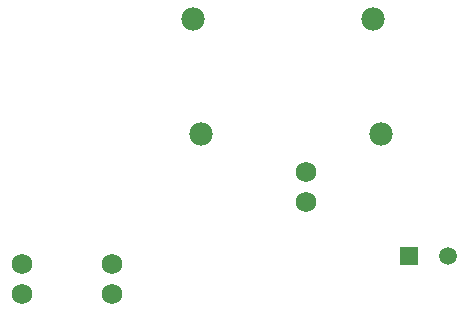
<source format=gbs>
G04 Layer: BottomSolderMaskLayer*
G04 EasyEDA v6.5.50, 2025-06-19 07:24:45*
G04 7d549219ca2640139f8de253ff9de405,3f078cb1506742e7acfa9f53f525b8a4,10*
G04 Gerber Generator version 0.2*
G04 Scale: 100 percent, Rotated: No, Reflected: No *
G04 Dimensions in millimeters *
G04 leading zeros omitted , absolute positions ,4 integer and 5 decimal *
%FSLAX45Y45*%
%MOMM*%

%AMMACRO1*4,1,8,-0.7196,-0.7493,-0.7493,-0.7193,-0.7493,0.7196,-0.7196,0.7493,0.7193,0.7493,0.7493,0.7196,0.7493,-0.7193,0.7193,-0.7493,-0.7196,-0.7493,0*%
%ADD10C,1.7526*%
%ADD11MACRO1*%
%ADD12C,1.4986*%
%ADD13C,1.9812*%
%ADD14C,0.0171*%

%LPD*%
D10*
G01*
X3835400Y3263900D03*
G01*
X3835400Y3009900D03*
D11*
G01*
X4711700Y2552700D03*
D12*
G01*
X5041900Y2552700D03*
D10*
G01*
X1430705Y2479497D03*
G01*
X1430705Y2225497D03*
G01*
X2192705Y2479497D03*
G01*
X2192705Y2225497D03*
D13*
G01*
X2882900Y4559300D03*
G01*
X4406900Y4559300D03*
G01*
X2946400Y3581400D03*
G01*
X4470400Y3581400D03*
M02*

</source>
